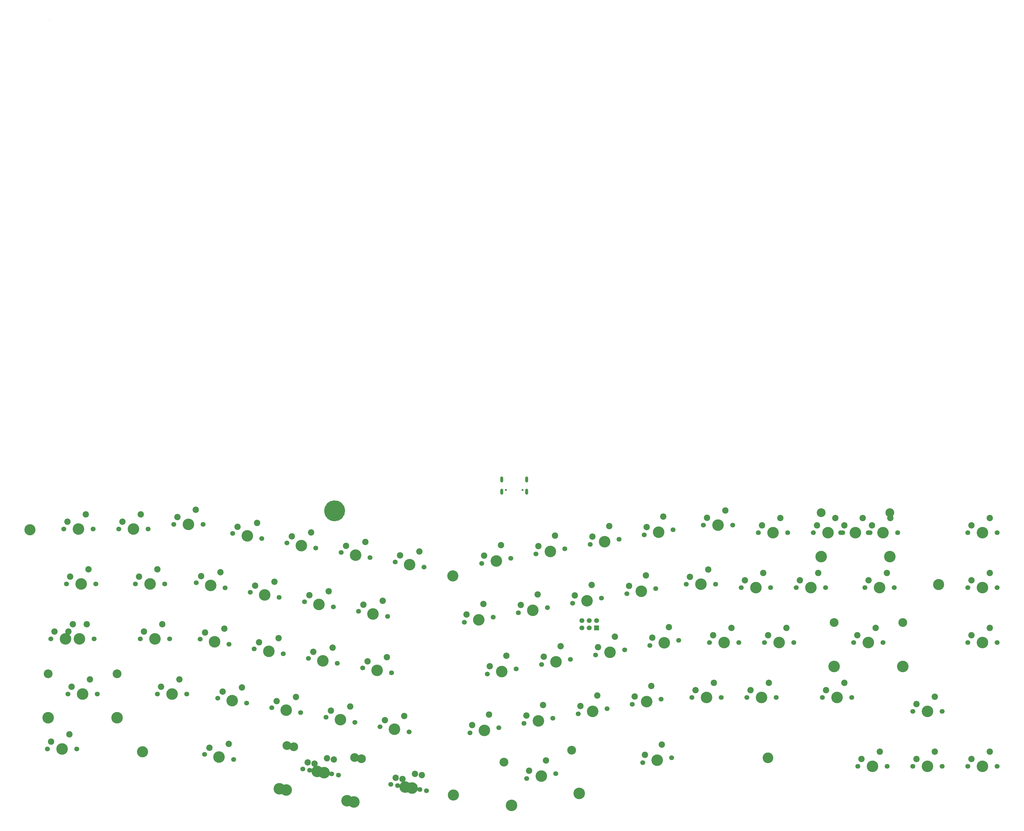
<source format=gbr>
%TF.GenerationSoftware,KiCad,Pcbnew,(6.0.1)*%
%TF.CreationDate,2022-01-26T01:35:16+07:00*%
%TF.ProjectId,Maja V1 PCB Redesign,4d616a61-2056-4312-9050-434220526564,rev?*%
%TF.SameCoordinates,Original*%
%TF.FileFunction,Soldermask,Top*%
%TF.FilePolarity,Negative*%
%FSLAX46Y46*%
G04 Gerber Fmt 4.6, Leading zero omitted, Abs format (unit mm)*
G04 Created by KiCad (PCBNEW (6.0.1)) date 2022-01-26 01:35:16*
%MOMM*%
%LPD*%
G01*
G04 APERTURE LIST*
%ADD10C,3.624758*%
%ADD11C,1.924879*%
%ADD12C,0.150000*%
%ADD13C,1.849879*%
%ADD14R,1.700000X1.700000*%
%ADD15C,1.700000*%
%ADD16C,4.000000*%
%ADD17C,2.200000*%
%ADD18C,3.050000*%
%ADD19C,0.700000*%
%ADD20O,1.050000X2.100000*%
G04 APERTURE END LIST*
D10*
X152041012Y-90066692D02*
G75*
G03*
X152041012Y-90066692I-1812379J0D01*
G01*
D11*
X192139491Y-112640764D02*
G75*
G03*
X192139491Y-112640764I-962439J0D01*
G01*
D12*
X51586001Y80209500D02*
G75*
G03*
X51586001Y80209500I-1J0D01*
G01*
D11*
X192339491Y-188640764D02*
G75*
G03*
X192339491Y-188640764I-962439J0D01*
G01*
D13*
X301280741Y-175742746D02*
G75*
G03*
X301280741Y-175742746I-924939J0D01*
G01*
D11*
X84639503Y-173640769D02*
G75*
G03*
X84639503Y-173640769I-962439J0D01*
G01*
D12*
X51586001Y80209500D02*
G75*
G03*
X51586001Y80209500I-1J0D01*
G01*
D11*
X360439485Y-115640758D02*
G75*
G03*
X360439485Y-115640758I-962439J0D01*
G01*
X45639479Y-96640770D02*
G75*
G03*
X45639479Y-96640770I-962439J0D01*
G01*
D14*
%TO.C,J2*%
X241014640Y-130652321D03*
D15*
X241014640Y-128112321D03*
X238474640Y-130652321D03*
X238474640Y-128112321D03*
X235934640Y-130652321D03*
X235934640Y-128112321D03*
%TD*%
%TO.C,K40*%
X250676499Y-138290368D03*
X240670853Y-140054633D03*
D16*
X245673676Y-139172501D03*
D17*
X241480492Y-137332689D03*
X247292955Y-133728611D03*
%TD*%
D15*
%TO.C,K31*%
X369602676Y-116740950D03*
X379762676Y-116740950D03*
D16*
X374682676Y-116740950D03*
D17*
X370872676Y-114200950D03*
X377222676Y-111660950D03*
%TD*%
D15*
%TO.C,K54*%
X244604499Y-158704718D03*
X234598853Y-160468983D03*
D16*
X239601676Y-159586851D03*
D17*
X235408492Y-157747039D03*
X241220955Y-154142961D03*
%TD*%
D15*
%TO.C,K33*%
X93061026Y-134458350D03*
D16*
X87981026Y-134458350D03*
D15*
X82901026Y-134458350D03*
D17*
X84171026Y-131918350D03*
X90521026Y-129378350D03*
%TD*%
D15*
%TO.C,K62*%
X141578993Y-179989844D03*
D18*
X159516566Y-176044736D03*
D16*
X133431743Y-186920380D03*
D18*
X136078142Y-171911909D03*
D15*
X151584640Y-181754110D03*
D16*
X146581817Y-180871977D03*
X156870168Y-191053206D03*
D17*
X143270765Y-177708966D03*
X149965361Y-176310220D03*
%TD*%
D16*
%TO.C,K21*%
X144781677Y-122513775D03*
D15*
X139778853Y-121631642D03*
X149784500Y-123395908D03*
D17*
X141470625Y-119350764D03*
X148165221Y-117952018D03*
%TD*%
D16*
%TO.C,K16*%
X374682676Y-97692200D03*
D15*
X369602676Y-97692200D03*
X379762676Y-97692200D03*
D17*
X370872676Y-95152200D03*
X377222676Y-92612200D03*
%TD*%
D15*
%TO.C,K6*%
X162472249Y-106289408D03*
X152466602Y-104525142D03*
D16*
X157469426Y-105407275D03*
D17*
X154158374Y-102244264D03*
X160852970Y-100845518D03*
%TD*%
D15*
%TO.C,K69*%
X335758179Y-97692229D03*
D16*
X330678179Y-97692229D03*
D15*
X325598179Y-97692229D03*
D18*
X342578179Y-90692229D03*
D16*
X342578179Y-105932229D03*
D18*
X318778179Y-90692229D03*
D16*
X318778179Y-105932229D03*
D17*
X326868179Y-95152229D03*
X333218179Y-92612229D03*
%TD*%
D15*
%TO.C,K48*%
X109711603Y-155017667D03*
D16*
X114714427Y-155899800D03*
D15*
X119717250Y-156781933D03*
D17*
X111403375Y-152736789D03*
X118097971Y-151338043D03*
%TD*%
D15*
%TO.C,K2*%
X75470626Y-96358200D03*
D16*
X80550626Y-96358200D03*
D15*
X85630626Y-96358200D03*
D17*
X76740626Y-93818200D03*
X83090626Y-91278200D03*
%TD*%
D16*
%TO.C,K70*%
X154525094Y-190639706D03*
D18*
X133733068Y-171498409D03*
D16*
X131086669Y-186506880D03*
X144236743Y-180458477D03*
D15*
X149239566Y-181340610D03*
X139233919Y-179576344D03*
D18*
X157171492Y-175631236D03*
D17*
X140925691Y-177295466D03*
X147620287Y-175896720D03*
%TD*%
D15*
%TO.C,K14*%
X316073179Y-97692229D03*
D16*
X321153179Y-97692229D03*
D15*
X326233179Y-97692229D03*
D17*
X317343179Y-95152229D03*
X323693179Y-92612229D03*
%TD*%
D16*
%TO.C,K65*%
X261939565Y-176564269D03*
D15*
X266942388Y-175682136D03*
X256936742Y-177446401D03*
D17*
X257746381Y-174724457D03*
X263558844Y-171120379D03*
%TD*%
D15*
%TO.C,K56*%
X284132176Y-154791650D03*
D16*
X279052176Y-154791650D03*
D15*
X273972176Y-154791650D03*
D17*
X275242176Y-152251650D03*
X281592176Y-149711650D03*
%TD*%
D15*
%TO.C,K52*%
X197077853Y-167084782D03*
X207083499Y-165320517D03*
D16*
X202080676Y-166202650D03*
D17*
X197887492Y-164362838D03*
X203699955Y-160758760D03*
%TD*%
D15*
%TO.C,K3*%
X94520626Y-94770700D03*
D16*
X99600626Y-94770700D03*
D15*
X104680626Y-94770700D03*
D17*
X95790626Y-92230700D03*
X102140626Y-89690700D03*
%TD*%
D16*
%TO.C,K36*%
X146164176Y-142100900D03*
D15*
X141161352Y-141218767D03*
X151166999Y-142983033D03*
D17*
X142853124Y-138937889D03*
X149547720Y-137539143D03*
%TD*%
D15*
%TO.C,K37*%
X159921602Y-144527117D03*
D16*
X164924426Y-145409250D03*
D15*
X169927249Y-146291383D03*
D17*
X161613374Y-142246239D03*
X168307970Y-140847493D03*
%TD*%
D15*
%TO.C,K27*%
X272067176Y-115522650D03*
D16*
X277147176Y-115522650D03*
D15*
X282227176Y-115522650D03*
D17*
X273337176Y-112982650D03*
X279687176Y-110442650D03*
%TD*%
D18*
%TO.C,K64*%
X208869177Y-177241584D03*
D15*
X226806749Y-181186692D03*
X216801103Y-182950957D03*
D18*
X232307601Y-173108757D03*
D16*
X221803926Y-182068825D03*
X211515575Y-192250054D03*
X234953999Y-188117227D03*
D17*
X217610742Y-180229013D03*
X223423205Y-176624935D03*
%TD*%
D15*
%TO.C,K51*%
X175999500Y-166705933D03*
X165993853Y-164941667D03*
D16*
X170996677Y-165823800D03*
D17*
X167685625Y-162660789D03*
X174380221Y-161262043D03*
%TD*%
D16*
%TO.C,K1*%
X61500626Y-96358200D03*
D15*
X56420626Y-96358200D03*
X66580626Y-96358200D03*
D17*
X57690626Y-93818200D03*
X64040626Y-91278200D03*
%TD*%
D15*
%TO.C,K22*%
X168545000Y-126703933D03*
X158539353Y-124939667D03*
D16*
X163542177Y-125821800D03*
D17*
X160231125Y-122658789D03*
X166925721Y-121260043D03*
%TD*%
D15*
%TO.C,K11*%
X267511999Y-96633568D03*
X257506353Y-98397833D03*
D16*
X262509176Y-97515701D03*
D17*
X258315992Y-95675889D03*
X264128455Y-92071811D03*
%TD*%
D16*
%TO.C,K35*%
X127403177Y-138793600D03*
D15*
X132406000Y-139675733D03*
X122400353Y-137911467D03*
D17*
X124092125Y-135630589D03*
X130786721Y-134231843D03*
%TD*%
D15*
%TO.C,K18*%
X81186176Y-115408350D03*
X91346176Y-115408350D03*
D16*
X86266176Y-115408350D03*
D17*
X82456176Y-112868350D03*
X88806176Y-110328350D03*
%TD*%
D15*
%TO.C,K44*%
X330073676Y-135790950D03*
D16*
X347053676Y-144030950D03*
D15*
X340233676Y-135790950D03*
D18*
X347053676Y-128790950D03*
D16*
X335153676Y-135790950D03*
D18*
X323253676Y-128790950D03*
D16*
X323253676Y-144030950D03*
D17*
X331343676Y-133250950D03*
X337693676Y-130710950D03*
%TD*%
D16*
%TO.C,K50*%
X152235926Y-162515800D03*
D15*
X147233102Y-161633667D03*
X157238749Y-163397933D03*
D17*
X148924874Y-159352789D03*
X155619470Y-157954043D03*
%TD*%
D15*
%TO.C,K34*%
X103639802Y-134602767D03*
D16*
X108642626Y-135484900D03*
D15*
X113645449Y-136367033D03*
D17*
X105331574Y-132321889D03*
X112026170Y-130923143D03*
%TD*%
D15*
%TO.C,K26*%
X261439499Y-117048017D03*
D16*
X256436676Y-117930150D03*
D15*
X251433853Y-118812282D03*
D17*
X252243492Y-116090338D03*
X258055955Y-112486260D03*
%TD*%
D16*
%TO.C,K10*%
X243748176Y-100824301D03*
D15*
X238745353Y-101706433D03*
X248750999Y-99942168D03*
D17*
X239554992Y-98984489D03*
X245367455Y-95380411D03*
%TD*%
D15*
%TO.C,K63*%
X182070595Y-187129606D03*
D16*
X177067772Y-186247473D03*
D15*
X172064948Y-185365340D03*
D17*
X173756720Y-183084462D03*
X180451316Y-181685716D03*
%TD*%
D16*
%TO.C,K15*%
X340203179Y-97692229D03*
D15*
X345283179Y-97692229D03*
X335123179Y-97692229D03*
D17*
X336393179Y-95152229D03*
X342743179Y-92612229D03*
%TD*%
D16*
%TO.C,K20*%
X126021426Y-119205448D03*
D15*
X131024249Y-120087581D03*
X121018602Y-118323315D03*
D17*
X122710374Y-116042437D03*
X129404970Y-114643691D03*
%TD*%
D15*
%TO.C,K17*%
X67533676Y-115408350D03*
D16*
X62453676Y-115408350D03*
D15*
X57373676Y-115408350D03*
D17*
X58643676Y-112868350D03*
X64993676Y-110328350D03*
%TD*%
D15*
%TO.C,K7*%
X181234249Y-109597333D03*
D16*
X176231426Y-108715200D03*
D15*
X171228602Y-107833067D03*
D17*
X172920374Y-105552189D03*
X179614970Y-104153443D03*
%TD*%
D16*
%TO.C,K19*%
X107260526Y-115897800D03*
D15*
X102257702Y-115015667D03*
X112263349Y-116779933D03*
D17*
X103949474Y-112734789D03*
X110644070Y-111336043D03*
%TD*%
D15*
%TO.C,K5*%
X133706603Y-101217167D03*
X143712250Y-102981433D03*
D16*
X138709427Y-102099300D03*
D17*
X135398375Y-98936289D03*
X142092971Y-97537543D03*
%TD*%
D16*
%TO.C,K24*%
X218915426Y-124545950D03*
D15*
X223918249Y-123663817D03*
X213912603Y-125428082D03*
D17*
X214722242Y-122706138D03*
X220534705Y-119102060D03*
%TD*%
D16*
%TO.C,K28*%
X296197176Y-116740950D03*
D15*
X301277176Y-116740950D03*
X291117176Y-116740950D03*
D17*
X292387176Y-114200950D03*
X298737176Y-111660950D03*
%TD*%
D16*
%TO.C,K67*%
X355632676Y-178654050D03*
D15*
X350552676Y-178654050D03*
X360712676Y-178654050D03*
D17*
X351822676Y-176114050D03*
X358172676Y-173574050D03*
%TD*%
D15*
%TO.C,K59*%
X350552676Y-159603950D03*
X360712676Y-159603950D03*
D16*
X355632676Y-159603950D03*
D17*
X351822676Y-157063950D03*
X358172676Y-154523950D03*
%TD*%
D15*
%TO.C,K8*%
X211229999Y-106558268D03*
D16*
X206227176Y-107440401D03*
D15*
X201224353Y-108322533D03*
D17*
X202033992Y-105600589D03*
X207846455Y-101996511D03*
%TD*%
D15*
%TO.C,K9*%
X229990749Y-103249417D03*
X219985103Y-105013682D03*
D16*
X224987926Y-104131550D03*
D17*
X220794742Y-102291738D03*
X226607205Y-98687660D03*
%TD*%
D16*
%TO.C,K39*%
X226913426Y-142479775D03*
D15*
X231916249Y-141597642D03*
X221910603Y-143361907D03*
D17*
X222720242Y-140639963D03*
X228532705Y-137035885D03*
%TD*%
D15*
%TO.C,K49*%
X138479000Y-160089933D03*
D16*
X133476177Y-159207800D03*
D15*
X128473353Y-158325667D03*
D17*
X130165125Y-156044789D03*
X136859721Y-154646043D03*
%TD*%
D16*
%TO.C,K43*%
X304197676Y-135790950D03*
D15*
X299117676Y-135790950D03*
X309277676Y-135790950D03*
D17*
X300387676Y-133250950D03*
X306737676Y-130710950D03*
%TD*%
D15*
%TO.C,K47*%
X88806519Y-153578991D03*
X98966519Y-153578991D03*
D16*
X93886519Y-153578991D03*
D17*
X90076519Y-151038991D03*
X96426519Y-148498991D03*
%TD*%
D15*
%TO.C,K58*%
X319215926Y-154791650D03*
X329375926Y-154791650D03*
D16*
X324295926Y-154791650D03*
D17*
X320485926Y-152251650D03*
X326835926Y-149711650D03*
%TD*%
D16*
%TO.C,K29*%
X315247176Y-116740950D03*
D15*
X310167176Y-116740950D03*
X320327176Y-116740950D03*
D17*
X311437176Y-114200950D03*
X317787176Y-111660950D03*
%TD*%
D16*
%TO.C,K23*%
X200155176Y-127854650D03*
D15*
X205157999Y-126972517D03*
X195152353Y-128736782D03*
D17*
X195961992Y-126014838D03*
X201774455Y-122410760D03*
%TD*%
D16*
%TO.C,K71*%
X174722698Y-185833973D03*
D15*
X179725521Y-186716106D03*
X169719874Y-184951840D03*
D17*
X171411646Y-182670962D03*
X178106242Y-181272216D03*
%TD*%
D15*
%TO.C,K61*%
X105201220Y-174551034D03*
D16*
X110204044Y-175433167D03*
D15*
X115206867Y-176315300D03*
D17*
X106892992Y-172270156D03*
X113587588Y-170871410D03*
%TD*%
D15*
%TO.C,K45*%
X369602676Y-135790950D03*
D16*
X374682676Y-135790950D03*
D15*
X379762676Y-135790950D03*
D17*
X370872676Y-133250950D03*
X377222676Y-130710950D03*
%TD*%
D16*
%TO.C,K42*%
X285147676Y-135790950D03*
D15*
X290227676Y-135790950D03*
X280067676Y-135790950D03*
D17*
X281337676Y-133250950D03*
X287687676Y-130710950D03*
%TD*%
D15*
%TO.C,K25*%
X242678249Y-120356293D03*
X232672603Y-122120558D03*
D16*
X237675426Y-121238426D03*
D17*
X233482242Y-119398614D03*
X239294705Y-115794536D03*
%TD*%
D16*
%TO.C,K32*%
X61786469Y-134458691D03*
D15*
X66866469Y-134458691D03*
X56706469Y-134458691D03*
D17*
X57976469Y-131918691D03*
X64326469Y-129378691D03*
%TD*%
D15*
%TO.C,K38*%
X213155499Y-144906343D03*
D16*
X208152676Y-145788476D03*
D15*
X203149853Y-146670608D03*
D17*
X203959492Y-143948664D03*
X209771955Y-140344586D03*
%TD*%
D16*
%TO.C,K46*%
X51021615Y-161819046D03*
X62921615Y-153579046D03*
D18*
X51021615Y-146579046D03*
D15*
X68001615Y-153579046D03*
D18*
X74821615Y-146579046D03*
D15*
X57841615Y-153579046D03*
D16*
X74821615Y-161819046D03*
D17*
X59111615Y-151039046D03*
X65461615Y-148499046D03*
%TD*%
D16*
%TO.C,K68*%
X374682676Y-178654050D03*
D15*
X369602676Y-178654050D03*
X379762676Y-178654050D03*
D17*
X370872676Y-176114050D03*
X377222676Y-173574050D03*
%TD*%
D16*
%TO.C,K30*%
X339060676Y-116740950D03*
D15*
X333980676Y-116740950D03*
X344140676Y-116740950D03*
D17*
X335250676Y-114200950D03*
X341600676Y-111660950D03*
%TD*%
D15*
%TO.C,K57*%
X303182176Y-154791650D03*
X293022176Y-154791650D03*
D16*
X298102176Y-154791650D03*
D17*
X294292176Y-152251650D03*
X300642176Y-149711650D03*
%TD*%
D15*
%TO.C,K66*%
X331502676Y-178654050D03*
X341662676Y-178654050D03*
D16*
X336582676Y-178654050D03*
D17*
X332772676Y-176114050D03*
X339122676Y-173574050D03*
%TD*%
D15*
%TO.C,K41*%
X259432103Y-136745932D03*
X269437749Y-134981667D03*
D16*
X264434926Y-135863800D03*
D17*
X260241742Y-134023988D03*
X266054205Y-130419910D03*
%TD*%
D16*
%TO.C,K12*%
X283052676Y-95024200D03*
D15*
X288132676Y-95024200D03*
X277972676Y-95024200D03*
D17*
X279242676Y-92484200D03*
X285592676Y-89944200D03*
%TD*%
D15*
%TO.C,K60*%
X60865976Y-172629500D03*
D16*
X55785976Y-172629500D03*
D15*
X50705976Y-172629500D03*
D17*
X51975976Y-170089500D03*
X58325976Y-167549500D03*
%TD*%
D15*
%TO.C,K4*%
X124951750Y-99673333D03*
X114946103Y-97909067D03*
D16*
X119948927Y-98791200D03*
D17*
X116637875Y-95628189D03*
X123332471Y-94229443D03*
%TD*%
D16*
%TO.C,K72*%
X57023969Y-134458691D03*
D15*
X62103969Y-134458691D03*
X51943969Y-134458691D03*
D17*
X53213969Y-131918691D03*
X59563969Y-129378691D03*
%TD*%
D15*
%TO.C,K53*%
X215838353Y-163776883D03*
D16*
X220841176Y-162894751D03*
D15*
X225843999Y-162012618D03*
D17*
X216647992Y-161054939D03*
X222460455Y-157450861D03*
%TD*%
D16*
%TO.C,K55*%
X258362176Y-156278851D03*
D15*
X253359353Y-157160983D03*
X263364999Y-155396718D03*
D17*
X254168992Y-154439039D03*
X259981455Y-150834961D03*
%TD*%
D15*
%TO.C,K13*%
X307182676Y-97692200D03*
D16*
X302102676Y-97692200D03*
D15*
X297022676Y-97692200D03*
D17*
X298292676Y-95152200D03*
X304642676Y-92612200D03*
%TD*%
D19*
%TO.C,J1*%
X209547499Y-82870000D03*
X215327499Y-82870000D03*
D20*
X208117499Y-83400000D03*
X216757499Y-83400000D03*
X208117499Y-79220000D03*
X216757499Y-79220000D03*
%TD*%
M02*

</source>
